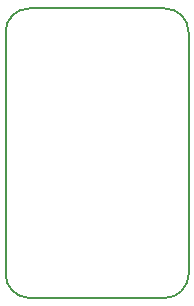
<source format=gm1>
G04 #@! TF.GenerationSoftware,KiCad,Pcbnew,5.0-dev-unknown-3a73e77~62~ubuntu17.10.1*
G04 #@! TF.CreationDate,2018-02-27T23:18:37-07:00*
G04 #@! TF.ProjectId,CH340G-TYPE-C,4348333430472D545950452D432E6B69,rev?*
G04 #@! TF.SameCoordinates,Original*
G04 #@! TF.FileFunction,Profile,NP*
%FSLAX46Y46*%
G04 Gerber Fmt 4.6, Leading zero omitted, Abs format (unit mm)*
G04 Created by KiCad (PCBNEW 5.0-dev-unknown-3a73e77~62~ubuntu17.10.1) date Tue Feb 27 23:18:37 2018*
%MOMM*%
%LPD*%
G01*
G04 APERTURE LIST*
%ADD10C,0.150000*%
G04 APERTURE END LIST*
D10*
X147000000Y-99000000D02*
X147000000Y-78500000D01*
X131500000Y-78500000D02*
X131500000Y-99000000D01*
X131500000Y-78500000D02*
G75*
G02X133500000Y-76500000I2000000J0D01*
G01*
X133500000Y-76500000D02*
X145000000Y-76500000D01*
X145000000Y-76500000D02*
G75*
G02X147000000Y-78500000I0J-2000000D01*
G01*
X133500000Y-101000000D02*
X145000000Y-101000000D01*
X147000000Y-99000000D02*
G75*
G02X145000000Y-101000000I-2000000J0D01*
G01*
X133500000Y-101000000D02*
G75*
G02X131500000Y-99000000I0J2000000D01*
G01*
M02*

</source>
